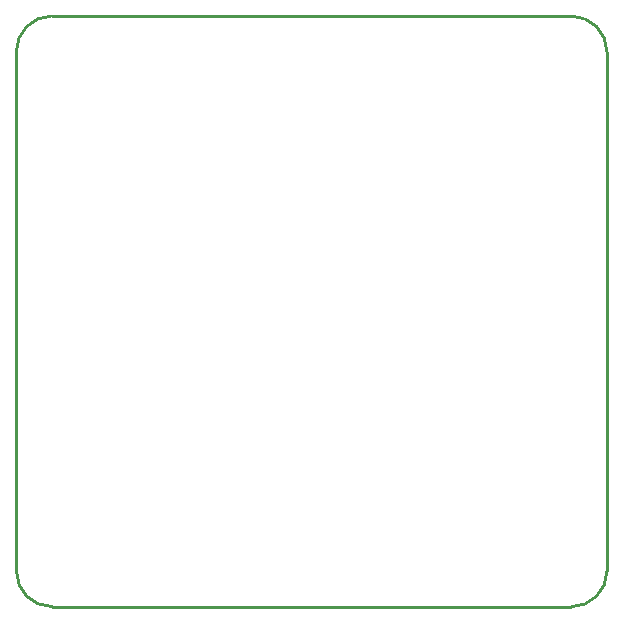
<source format=gko>
G04 Layer_Color=16711935*
%FSLAX44Y44*%
%MOMM*%
G71*
G01*
G75*
%ADD22C,0.2540*%
D22*
X0Y30000D02*
G03*
X30000Y0I30000J0D01*
G01*
Y500000D02*
G03*
X0Y470000I0J-30000D01*
G01*
X500000D02*
G03*
X470000Y500000I-30000J0D01*
G01*
Y0D02*
G03*
X500000Y30000I0J30000D01*
G01*
X30000Y0D02*
X470000Y0D01*
X0Y30000D02*
X0Y470000D01*
X30000Y500000D02*
X470000Y500000D01*
X500000Y470000D02*
X500000Y30000D01*
M02*

</source>
